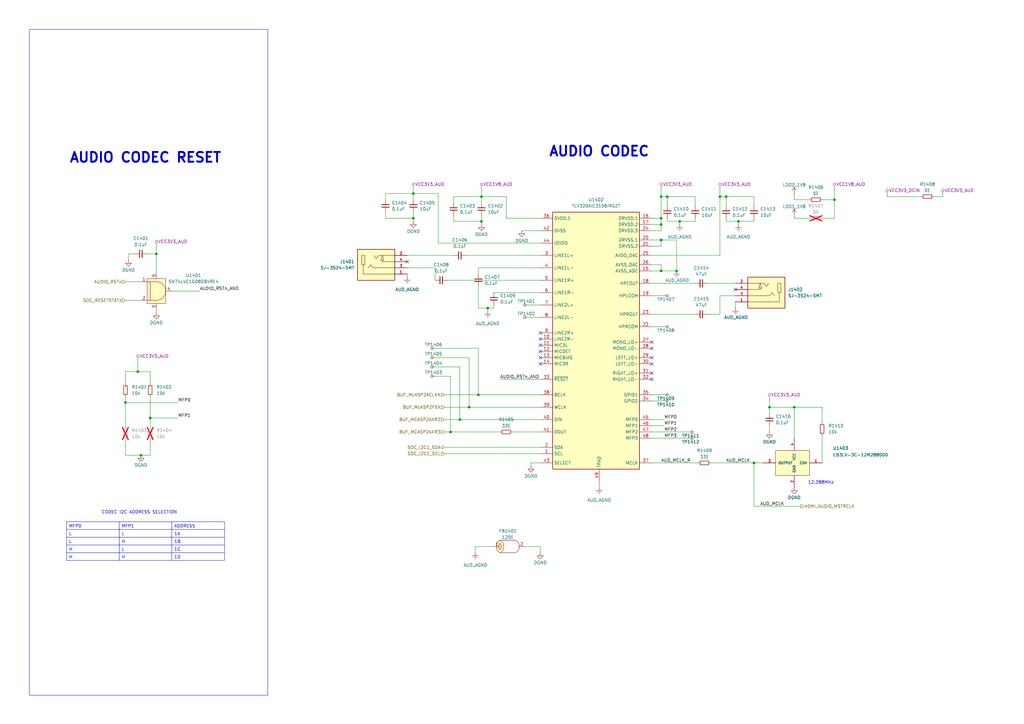
<source format=kicad_sch>
(kicad_sch (version 20250114) (generator "eeschema") (generator_version "9.0")
  (paper "A3")
  (title_block (title "Barre de son (base saine)") (date "2025-05-16") (rev "1.0") (company "NDH"))
  (lib_symbols
    (symbol "Connector:TestPoint_Small" (pin_numbers (hide yes)) (pin_names (offset 0.762) (hide yes))
      (property "Reference" "TP" (at 0 3.81 0))
      (property "Value" "TestPoint_Small" (at 0 2.032 0))
      (symbol "TestPoint_Small_0_1"
        (circle (center 0 0) (radius 0.508))
      )
      (symbol "TestPoint_Small_1_1"
        (pin passive line (at 0 0 90) (length 0) (name "1") (number "1"))
      )
    )
    (symbol "Device:C_Small" (pin_numbers (hide yes)) (pin_names (offset 0.254) (hide yes))
      (property "Reference" "C" (at 0.254 1.778 0))
      (property "Value" "C_Small" (at 0.254 -2.032 0))
      (symbol "C_Small_0_1"
        (polyline (pts (xy -1.524 0.508) (xy 1.524 0.508)) (stroke (width 0.3048)))
        (polyline (pts (xy -1.524 -0.508) (xy 1.524 -0.508)) (stroke (width 0.3302)))
      )
      (symbol "C_Small_1_1"
        (pin passive line (at 0 2.54 270) (length 2.032) (name "~") (number "1"))
        (pin passive line (at 0 -2.54 90) (length 2.032) (name "~") (number "2"))
      )
    )
    (symbol "Device:R_Small" (pin_numbers (hide yes)) (pin_names (offset 0.254) (hide yes))
      (property "Reference" "R" (at 0.762 0.508 0))
      (property "Value" "R_Small" (at 0.762 -1.016 0))
      (symbol "R_Small_0_1"
        (rectangle (start -0.762 1.778) (end 0.762 -1.778) (stroke (width 0.2032)))
      )
      (symbol "R_Small_1_1"
        (pin passive line (at 0 2.54 270) (length 0.762) (name "~") (number "1"))
        (pin passive line (at 0 -2.54 90) (length 0.762) (name "~") (number "2"))
      )
    )
    (symbol "Libglobal:CB3LV-3C-12M288000" (pin_names (offset 1.016))
      (property "Reference" "U" (at -8.89 10.922 0))
      (property "Value" "CB3LV-3C-12M288000" (at -26.416 8.382 0))
      (symbol "CB3LV-3C-12M288000_0_0"
        (rectangle (start -7.62 7.62) (end 6.35 -2.54) (stroke (width 0.1524)) (fill (type background)))
        (pin output line (at -12.7 2.54 0) (length 5.08) (name "OUTPUT") (number "3"))
        (pin power_in line (at 0 12.7 270) (length 5.08) (name "VCC") (number "4"))
        (pin power_in line (at 0 -7.62 90) (length 5.08) (name "GND") (number "2"))
        (pin input line (at 11.43 2.54 180) (length 5.08) (name "EOH") (number "1"))
      )
    )
    (symbol "Libglobal:MPZ1005S121CT000"
      (property "Reference" "FB" (at 0 0 0))
      (symbol "MPZ1005S121CT000_0_1"
        (arc (start -3.81 -2.54) (mid -3.2839 -3.81) (end -3.81 -5.08))
        (arc (start -3.81 -5.08) (mid -4.3361 -3.81) (end -3.81 -2.54))
      )
      (symbol "MPZ1005S121CT000_1_1"
        (arc (start -3.81 -1.27) (mid -2.2402 -3.81) (end -3.81 -6.35) (fill (type background)))
        (polyline (pts (xy -3.81 -1.27) (xy 2.54 -1.27)) (fill (type background)))
        (arc (start -3.81 -6.35) (mid -5.3798 -3.81) (end -3.81 -1.27) (fill (type background)))
        (arc (start 2.54 -1.27) (mid 4.1098 -3.81) (end 2.54 -6.35))
        (polyline (pts (xy 2.54 -6.35) (xy -3.81 -6.35)) (fill (type background)))
        (pin input line (at -6.35 -3.81 0) (length 2.54) (name "") (number "1"))
        (pin output line (at 6.35 -3.81 180) (length 2.54) (name "") (number "2"))
      )
    )
    (symbol "Libglobal:SJ-3524-SMT" (pin_names (offset 1.016))
      (property "Reference" "J" (at -7.637 8.2738 0))
      (property "Value" "SJ-3524-SMT" (at -7.6519 -7.6606 0))
      (symbol "SJ-3524-SMT_0_0"
        (rectangle (start -7.62 -5.08) (end 7.62 7.62) (stroke (width 0.254)) (fill (type background)))
        (polyline (pts (xy -5.969 1.27) (xy -5.969 -2.54)) (stroke (width 0.1524)))
        (polyline (pts (xy -5.969 -2.54) (xy -4.699 -2.54)) (stroke (width 0.1524)))
        (polyline (pts (xy -5.334 5.08) (xy 7.62 5.08)) (stroke (width 0.1524)))
        (polyline (pts (xy -5.334 1.27) (xy -5.969 1.27)) (stroke (width 0.1524)))
        (polyline (pts (xy -5.334 1.27) (xy -5.334 5.08)) (stroke (width 0.1524)))
        (polyline (pts (xy -4.699 1.27) (xy -5.334 1.27)) (stroke (width 0.1524)))
        (polyline (pts (xy -4.699 -2.54) (xy -4.699 1.27)) (stroke (width 0.1524)))
        (polyline (pts (xy -2.286 1.27) (xy -3.302 2.54)) (stroke (width 0.1524)))
        (polyline (pts (xy -1.27 2.54) (xy -2.286 1.27)) (stroke (width 0.1524)))
        (polyline (pts (xy -1.016 -2.54) (xy 0 -1.27)) (stroke (width 0.1524)))
        (polyline (pts (xy 0 -1.27) (xy 1.016 -2.54)) (stroke (width 0.1524)))
        (polyline (pts (xy 1.9 -0.6) (xy 2.5 -2.53)) (stroke (width 0.1524)))
        (polyline (pts (xy 1.9 -0.6) (xy 3.09 -0.6)) (stroke (width 0.1524)))
        (polyline (pts (xy 2.53 -2.52) (xy 2.53 -2.53)) (stroke (width 0.1524)))
        (polyline (pts (xy 2.54 0) (xy 2.54 -0.62)) (stroke (width 0.1524)))
        (polyline (pts (xy 2.54 0) (xy 7.62 0)) (stroke (width 0.1524)))
        (polyline (pts (xy 3.09 -0.6) (xy 2.53 -2.52)) (stroke (width 0.1524)))
        (polyline (pts (xy 7.62 2.54) (xy -1.27 2.54)) (stroke (width 0.1524)))
        (polyline (pts (xy 7.62 -2.54) (xy 1.016 -2.54)) (stroke (width 0.1524)))
        (pin passive line (at 12.7 5.08 180) (length 5.08) (name "~") (number "1"))
        (pin passive line (at 12.7 2.54 180) (length 5.08) (name "~") (number "3"))
        (pin passive line (at 12.7 0 180) (length 5.08) (name "~") (number "4"))
        (pin passive line (at 12.7 -2.54 180) (length 5.08) (name "~") (number "2"))
      )
    )
    (symbol "Libglobal:SN74LVC1G08DBVRE4"
      (property "Reference" "U" (at 5.08 -2.54 0))
      (property "Value" "SN74LVC1G08DBVRE4" (at 21.844 -15.24 0))
      (symbol "SN74LVC1G08DBVRE4_0_1"
        (polyline (pts (xy 6.35 -5.08) (xy 5.08 -5.08)))
        (polyline (pts (xy 6.35 -5.08) (xy 6.35 -12.7)))
        (polyline (pts (xy 6.35 -5.08) (xy 8.89 -5.08)))
        (polyline (pts (xy 6.35 -12.7) (xy 5.08 -12.7)))
        (arc (start 8.89 -5.08) (mid 12.7 -8.89) (end 8.89 -12.7))
        (polyline (pts (xy 8.89 -12.7) (xy 6.35 -12.7)))
      )
      (symbol "SN74LVC1G08DBVRE4_1_1"
        (rectangle (start 5.08 -3.81) (end 12.7 -13.97) (fill (type background)))
        (pin input line (at 2.54 -5.08 0) (length 2.54) (name "") (number "1"))
        (pin input line (at 2.54 -12.7 0) (length 2.54) (name "") (number "2"))
        (pin input line (at 8.89 -1.27 270) (length 2.54) (name "") (number "5"))
        (pin input line (at 8.89 -16.51 90) (length 2.54) (name "") (number "3"))
        (pin input line (at 15.24 -8.89 180) (length 2.54) (name "") (number "4"))
      )
    )
    (symbol "Libglobal:TLV320AIC3106IRGZT"
      (property "Reference" "U" (at 5.842 21.082 0))
      (property "Value" "TLV320AIC3106IRGZT" (at 5.842 18.542 0))
      (symbol "TLV320AIC3106IRGZT_1_1"
        (rectangle (start 5.08 15.24) (end 40.64 -90.17) (stroke (width 0.254)) (fill (type background)))
        (pin passive line (at 0 12.7 0) (length 5.08) (name "DVDD.1") (number "36"))
        (pin passive line (at 0 7.62 0) (length 5.08) (name "DVSS") (number "42"))
        (pin passive line (at 0 2.54 0) (length 5.08) (name "IOVDD") (number "44"))
        (pin passive line (at 0 -2.54 0) (length 5.08) (name "LINE1L+") (number "3"))
        (pin passive line (at 0 -7.62 0) (length 5.08) (name "LINE1L-") (number "4"))
        (pin passive line (at 0 -12.7 0) (length 5.08) (name "LINE1R+") (number "5"))
        (pin passive line (at 0 -17.78 0) (length 5.08) (name "LINE1R-") (number "6"))
        (pin passive line (at 0 -22.86 0) (length 5.08) (name "LINE2L+") (number "7"))
        (pin passive line (at 0 -27.94 0) (length 5.08) (name "LINE2L-") (number "8"))
        (pin passive line (at 0 -34.29 0) (length 5.08) (name "LINE2R+") (number "9"))
        (pin passive line (at 0 -36.83 0) (length 5.08) (name "LINE2R-") (number "10"))
        (pin passive line (at 0 -39.37 0) (length 5.08) (name "MIC3L") (number "11"))
        (pin passive line (at 0 -41.91 0) (length 5.08) (name "MICDET") (number "12"))
        (pin passive line (at 0 -44.45 0) (length 5.08) (name "MICBIAS") (number "13"))
        (pin passive line (at 0 -46.99 0) (length 5.08) (name "MIC3R") (number "14"))
        (pin passive line (at 0 -53.34 0) (length 5.08) (name "~{RESET}") (number "33"))
        (pin passive line (at 0 -59.69 0) (length 5.08) (name "BCLK") (number "38"))
        (pin passive line (at 0 -64.77 0) (length 5.08) (name "WCLK") (number "39"))
        (pin passive line (at 0 -69.85 0) (length 5.08) (name "DIN") (number "40"))
        (pin passive line (at 0 -74.93 0) (length 5.08) (name "DOUT") (number "41"))
        (pin passive line (at 0 -81.28 0) (length 5.08) (name "SDA") (number "2"))
        (pin passive line (at 0 -83.82 0) (length 5.08) (name "SCL") (number "1"))
        (pin passive line (at 0 -87.63 0) (length 5.08) (name "SELECT") (number "43"))
        (pin passive line (at 24.13 -95.25 90) (length 5.08) (name "TPAD") (number "49"))
        (pin passive line (at 45.72 12.7 180) (length 5.08) (name "DRVDD.1") (number "16"))
        (pin passive line (at 45.72 10.16 180) (length 5.08) (name "DRVDD.2") (number "17"))
        (pin passive line (at 45.72 7.62 180) (length 5.08) (name "DRVDD.3") (number "24"))
        (pin passive line (at 45.72 3.81 180) (length 5.08) (name "DRVSS.1") (number "20"))
        (pin passive line (at 45.72 1.27 180) (length 5.08) (name "DRVSS.2") (number "21"))
        (pin passive line (at 45.72 -2.54 180) (length 5.08) (name "AVDD_DAC") (number "25"))
        (pin passive line (at 45.72 -6.35 180) (length 5.08) (name "AVSS_DAC") (number "26"))
        (pin passive line (at 45.72 -8.89 180) (length 5.08) (name "AVSS_ADC") (number "15"))
        (pin passive line (at 45.72 -13.97 180) (length 5.08) (name "HPLOUT") (number "18"))
        (pin passive line (at 45.72 -19.05 180) (length 5.08) (name "HPLCOM") (number "19"))
        (pin passive line (at 45.72 -26.67 180) (length 5.08) (name "HPROUT") (number "23"))
        (pin passive line (at 45.72 -31.75 180) (length 5.08) (name "HPRCOM") (number "22"))
        (pin passive line (at 45.72 -38.1 180) (length 5.08) (name "MONO_LO+") (number "27"))
        (pin passive line (at 45.72 -40.64 180) (length 5.08) (name "MONO_LO-") (number "28"))
        (pin passive line (at 45.72 -44.45 180) (length 5.08) (name "LEFT_LO+") (number "29"))
        (pin passive line (at 45.72 -46.99 180) (length 5.08) (name "LEFT_LO-") (number "30"))
        (pin passive line (at 45.72 -50.8 180) (length 5.08) (name "RIGHT_LO+") (number "31"))
        (pin passive line (at 45.72 -53.34 180) (length 5.08) (name "RIGHT_LO-") (number "32"))
        (pin passive line (at 45.72 -59.69 180) (length 5.08) (name "GPIO1") (number "35"))
        (pin passive line (at 45.72 -62.23 180) (length 5.08) (name "GPIO2") (number "34"))
        (pin passive line (at 45.72 -69.85 180) (length 5.08) (name "MFP0") (number "45"))
        (pin passive line (at 45.72 -72.39 180) (length 5.08) (name "MFP1") (number "46"))
        (pin passive line (at 45.72 -74.93 180) (length 5.08) (name "MFP2") (number "47"))
        (pin passive line (at 45.72 -77.47 180) (length 5.08) (name "MFP3") (number "48"))
        (pin passive line (at 45.72 -87.63 180) (length 5.08) (name "MCLK") (number "37"))
      )
    )
    (symbol "power:+1V0" (power) (pin_numbers (hide yes)) (pin_names (offset 0) (hide yes))
      (property "Value" "+1V0" (at 0 3.556 0))
      (symbol "+1V0_0_1"
        (polyline (pts (xy -0.762 1.27) (xy 0 2.54)))
        (polyline (pts (xy 0 2.54) (xy 0.762 1.27)))
        (polyline (pts (xy 0 0) (xy 0 2.54)))
      )
      (symbol "+1V0_1_1"
        (pin power_in line (at 0 0 90) (length 0) (name "~") (number "1"))
      )
    )
    (symbol "power:GND" (power) (pin_numbers (hide yes)) (pin_names (offset 0) (hide yes))
      (property "Value" "GND" (at 0 -3.81 0))
      (symbol "GND_0_1"
        (polyline (pts (xy 0 0) (xy 0 -1.27) (xy 1.27 -1.27) (xy 0 -2.54) (xy -1.27 -1.27) (xy 0 -1.27)))
      )
      (symbol "GND_1_1"
        (pin power_in line (at 0 0 270) (length 0) (name "~") (number "1"))
      )
    )
    (symbol "power:GNDREF" (power) (pin_numbers (hide yes)) (pin_names (offset 0) (hide yes))
      (property "Value" "GNDREF" (at 0 -3.81 0))
      (symbol "GNDREF_0_1"
        (polyline (pts (xy -0.635 -1.905) (xy 0.635 -1.905)))
        (polyline (pts (xy -0.127 -2.54) (xy 0.127 -2.54)))
        (polyline (pts (xy 0 -1.27) (xy 0 0)))
        (polyline (pts (xy 1.27 -1.27) (xy -1.27 -1.27)))
      )
      (symbol "GNDREF_1_1"
        (pin power_in line (at 0 0 270) (length 0) (name "~") (number "1"))
      )
    )
  )
  (rectangle (start 12.065 12.065) (end 109.855 285.115))
  (text "AUDIO CODEC\n" (at 245.745 62.23 0) (effects (font (size 4 4) (thickness 0.8) (bold yes))))
  (text "CODEC I2C ADDRESS SELECTION\n" (at 57.15 210.185 0) (effects (font (size 1.27 1.27))))
  (text "12.288MHz\n" (at 336.677 197.993 0) (effects (font (size 1.27 1.27))))
  (text "AUDIO CODEC RESET\n" (at 59.69 64.77 0) (effects (font (size 4 4) (thickness 0.8) (bold yes))))
  (junction (at 309.245 189.865))
  (junction (at 197.485 90.805))
  (junction (at 169.545 89.535))
  (junction (at 302.895 90.805))
  (junction (at 273.685 80.645))
  (junction (at 56.515 152.4))
  (junction (at 278.765 90.805))
  (junction (at 295.275 80.645))
  (junction (at 271.145 80.645))
  (junction (at 169.545 79.375))
  (junction (at 200.025 126.365))
  (junction (at 297.815 80.645))
  (junction (at 325.755 167.005))
  (junction (at 277.495 111.125))
  (junction (at 271.145 89.535))
  (junction (at 342.265 81.915))
  (junction (at 64.135 104.14))
  (junction (at 192.405 167.005))
  (junction (at 271.145 92.075))
  (junction (at 197.485 80.645))
  (junction (at 61.595 171.45))
  (junction (at 51.435 165.1))
  (junction (at 57.785 186.69))
  (junction (at 196.215 161.925))
  (junction (at 315.595 167.005))
  (junction (at 188.595 172.085))
  (junction (at 271.145 111.125))
  (junction (at 184.785 177.165))
  (junction (at 271.145 98.425))
  (no_connect (at 221.615 144.145))
  (no_connect (at 267.335 155.575))
  (no_connect (at 267.335 149.225))
  (no_connect (at 267.335 142.875))
  (no_connect (at 167.005 107.315))
  (no_connect (at 301.625 118.745))
  (no_connect (at 221.615 149.225))
  (no_connect (at 221.615 136.525))
  (no_connect (at 267.335 140.335))
  (no_connect (at 267.335 146.685))
  (no_connect (at 221.615 139.065))
  (no_connect (at 267.335 153.035))
  (no_connect (at 221.615 146.685))
  (no_connect (at 221.615 141.605))
  (wire (pts (xy 202.565 120.015) (xy 221.615 120.015)))
  (wire (pts (xy 267.335 94.615) (xy 271.145 94.615)))
  (wire (pts (xy 61.595 171.45) (xy 61.595 175.26)))
  (wire (pts (xy 295.275 121.285) (xy 295.275 128.905)))
  (wire (pts (xy 169.545 86.995) (xy 169.545 89.535)))
  (wire (pts (xy 382.905 80.645) (xy 386.715 80.645)))
  (wire (pts (xy 202.565 126.365) (xy 202.565 125.095)))
  (wire (pts (xy 221.615 89.535) (xy 207.645 89.535)))
  (wire (pts (xy 271.145 80.645) (xy 271.145 89.535)))
  (wire (pts (xy 158.115 79.375) (xy 158.115 81.915)))
  (wire (pts (xy 267.335 116.205) (xy 285.115 116.205)))
  (wire (pts (xy 51.435 186.69) (xy 57.785 186.69)))
  (wire (pts (xy 197.485 90.805) (xy 186.055 90.805)))
  (wire (pts (xy 309.245 84.455) (xy 309.245 80.645)))
  (wire (pts (xy 295.275 80.645) (xy 295.275 104.775)))
  (wire (pts (xy 342.265 81.915) (xy 337.185 81.915)))
  (wire (pts (xy 191.135 104.775) (xy 221.615 104.775)))
  (wire (pts (xy 179.705 79.375) (xy 169.545 79.375)))
  (wire (pts (xy 325.755 88.265) (xy 325.755 89.535)))
  (wire (pts (xy 217.805 189.865) (xy 217.805 191.135)))
  (wire (pts (xy 309.245 207.645) (xy 328.295 207.645)))
  (wire (pts (xy 177.165 146.685) (xy 192.405 146.685)))
  (wire (pts (xy 182.245 186.055) (xy 221.615 186.055)))
  (wire (pts (xy 194.945 226.695) (xy 194.945 224.155)))
  (wire (pts (xy 51.435 115.57) (xy 57.785 115.57)))
  (wire (pts (xy 196.215 109.855) (xy 221.615 109.855)))
  (wire (pts (xy 177.165 150.495) (xy 188.595 150.495)))
  (wire (pts (xy 273.685 164.465) (xy 267.335 164.465)))
  (wire (pts (xy 267.335 92.075) (xy 271.145 92.075)))
  (wire (pts (xy 272.415 174.625) (xy 267.335 174.625)))
  (wire (pts (xy 297.815 80.645) (xy 295.275 80.645)))
  (wire (pts (xy 285.115 89.535) (xy 285.115 90.805)))
  (wire (pts (xy 325.755 89.535) (xy 332.105 89.535)))
  (wire (pts (xy 302.895 90.805) (xy 302.895 92.075)))
  (wire (pts (xy 325.755 81.915) (xy 325.755 79.375)))
  (wire (pts (xy 213.995 94.615) (xy 221.615 94.615)))
  (wire (pts (xy 267.335 111.125) (xy 271.145 111.125)))
  (wire (pts (xy 273.685 121.285) (xy 267.335 121.285)))
  (wire (pts (xy 179.705 99.695) (xy 179.705 79.375)))
  (wire (pts (xy 184.785 154.305) (xy 184.785 177.165)))
  (wire (pts (xy 285.115 84.455) (xy 285.115 80.645)))
  (wire (pts (xy 52.705 104.14) (xy 52.705 106.68)))
  (wire (pts (xy 267.335 104.775) (xy 295.275 104.775)))
  (wire (pts (xy 196.215 117.475) (xy 196.215 126.365)))
  (wire (pts (xy 302.895 90.805) (xy 297.815 90.805)))
  (wire (pts (xy 196.215 126.365) (xy 200.025 126.365)))
  (wire (pts (xy 200.025 126.365) (xy 200.025 127.635)))
  (wire (pts (xy 337.185 89.535) (xy 342.265 89.535)))
  (wire (pts (xy 271.145 78.105) (xy 271.145 80.645)))
  (wire (pts (xy 285.115 80.645) (xy 273.685 80.645)))
  (wire (pts (xy 245.745 197.485) (xy 245.745 200.025)))
  (wire (pts (xy 182.245 172.085) (xy 188.595 172.085)))
  (wire (pts (xy 271.145 98.425) (xy 277.495 98.425)))
  (wire (pts (xy 186.055 90.805) (xy 186.055 88.265)))
  (wire (pts (xy 64.135 104.14) (xy 64.135 111.76)))
  (wire (pts (xy 301.625 123.825) (xy 301.625 126.365)))
  (wire (pts (xy 215.265 125.095) (xy 221.615 125.095)))
  (wire (pts (xy 51.435 123.19) (xy 57.785 123.19)))
  (wire (pts (xy 291.465 189.865) (xy 309.245 189.865)))
  (wire (pts (xy 158.115 89.535) (xy 158.115 86.995)))
  (wire (pts (xy 56.515 152.4) (xy 51.435 152.4)))
  (wire (pts (xy 188.595 150.495) (xy 188.595 172.085)))
  (wire (pts (xy 221.615 226.695) (xy 221.615 224.155)))
  (wire (pts (xy 51.435 165.1) (xy 51.435 175.26)))
  (wire (pts (xy 182.245 183.515) (xy 221.615 183.515)))
  (wire (pts (xy 182.245 167.005) (xy 192.405 167.005)))
  (wire (pts (xy 342.265 78.105) (xy 342.265 81.915)))
  (wire (pts (xy 61.595 171.45) (xy 61.595 162.56)))
  (wire (pts (xy 309.245 189.865) (xy 309.245 207.645)))
  (wire (pts (xy 337.185 167.005) (xy 325.755 167.005)))
  (wire (pts (xy 55.245 104.14) (xy 52.705 104.14)))
  (wire (pts (xy 315.595 164.465) (xy 315.595 167.005)))
  (wire (pts (xy 207.645 80.645) (xy 197.485 80.645)))
  (wire (pts (xy 200.025 126.365) (xy 202.565 126.365)))
  (wire (pts (xy 169.545 89.535) (xy 169.545 90.805)))
  (wire (pts (xy 169.545 89.535) (xy 158.115 89.535)))
  (wire (pts (xy 61.595 186.69) (xy 61.595 180.34)))
  (wire (pts (xy 56.515 148.59) (xy 56.515 152.4)))
  (wire (pts (xy 278.765 90.805) (xy 273.685 90.805)))
  (wire (pts (xy 192.405 167.005) (xy 221.615 167.005)))
  (wire (pts (xy 273.685 133.985) (xy 267.335 133.985)))
  (wire (pts (xy 278.765 90.805) (xy 278.765 92.075)))
  (wire (pts (xy 169.545 81.915) (xy 169.545 79.375)))
  (wire (pts (xy 197.485 88.265) (xy 197.485 90.805)))
  (wire (pts (xy 309.245 90.805) (xy 302.895 90.805)))
  (wire (pts (xy 301.625 121.285) (xy 295.275 121.285)))
  (wire (pts (xy 342.265 89.535) (xy 342.265 81.915)))
  (wire (pts (xy 297.815 80.645) (xy 297.815 84.455)))
  (wire (pts (xy 285.115 90.805) (xy 278.765 90.805)))
  (wire (pts (xy 332.105 81.915) (xy 325.755 81.915)))
  (wire (pts (xy 61.595 171.45) (xy 73.025 171.45)))
  (wire (pts (xy 309.245 189.865) (xy 313.055 189.865)))
  (wire (pts (xy 192.405 146.685) (xy 192.405 167.005)))
  (wire (pts (xy 271.145 92.075) (xy 271.145 89.535)))
  (wire (pts (xy 70.485 119.38) (xy 81.915 119.38)))
  (wire (pts (xy 363.855 80.645) (xy 377.825 80.645)))
  (wire (pts (xy 197.485 78.105) (xy 197.485 80.645)))
  (wire (pts (xy 273.685 90.805) (xy 273.685 89.535)))
  (wire (pts (xy 271.145 111.125) (xy 271.145 108.585)))
  (wire (pts (xy 177.165 142.875) (xy 196.215 142.875)))
  (wire (pts (xy 267.335 128.905) (xy 285.115 128.905)))
  (wire (pts (xy 51.435 165.1) (xy 51.435 162.56)))
  (wire (pts (xy 169.545 78.105) (xy 169.545 79.375)))
  (wire (pts (xy 315.595 174.625) (xy 315.595 177.165)))
  (wire (pts (xy 182.245 161.925) (xy 196.215 161.925)))
  (wire (pts (xy 51.435 152.4) (xy 51.435 157.48)))
  (wire (pts (xy 177.165 154.305) (xy 184.785 154.305)))
  (wire (pts (xy 57.785 186.69) (xy 61.595 186.69)))
  (wire (pts (xy 267.335 179.705) (xy 283.845 179.705)))
  (wire (pts (xy 178.435 114.935) (xy 178.435 109.855)))
  (wire (pts (xy 267.335 108.585) (xy 271.145 108.585)))
  (wire (pts (xy 196.215 142.875) (xy 196.215 161.925)))
  (wire (pts (xy 51.435 165.1) (xy 73.025 165.1)))
  (wire (pts (xy 221.615 99.695) (xy 179.705 99.695)))
  (wire (pts (xy 271.145 100.965) (xy 271.145 98.425)))
  (wire (pts (xy 183.515 114.935) (xy 221.615 114.935)))
  (wire (pts (xy 196.215 112.395) (xy 196.215 109.855)))
  (wire (pts (xy 61.595 152.4) (xy 56.515 152.4)))
  (wire (pts (xy 273.685 80.645) (xy 271.145 80.645)))
  (wire (pts (xy 297.815 90.805) (xy 297.815 89.535)))
  (wire (pts (xy 215.265 130.175) (xy 221.615 130.175)))
  (wire (pts (xy 267.335 98.425) (xy 271.145 98.425)))
  (wire (pts (xy 194.945 224.155) (xy 202.565 224.155)))
  (wire (pts (xy 182.245 177.165) (xy 184.785 177.165)))
  (wire (pts (xy 309.245 89.535) (xy 309.245 90.805)))
  (wire (pts (xy 267.335 177.165) (xy 283.845 177.165)))
  (wire (pts (xy 167.005 104.775) (xy 186.055 104.775)))
  (wire (pts (xy 51.435 180.34) (xy 51.435 186.69)))
  (wire (pts (xy 295.275 128.905) (xy 290.195 128.905)))
  (wire (pts (xy 64.135 101.6) (xy 64.135 104.14)))
  (wire (pts (xy 315.595 167.005) (xy 315.595 169.545)))
  (wire (pts (xy 188.595 172.085) (xy 221.615 172.085)))
  (wire (pts (xy 184.785 177.165) (xy 205.105 177.165)))
  (wire (pts (xy 221.615 224.155) (xy 215.265 224.155)))
  (wire (pts (xy 197.485 83.185) (xy 197.485 80.645)))
  (wire (pts (xy 61.595 157.48) (xy 61.595 152.4)))
  (wire (pts (xy 295.275 78.105) (xy 295.275 80.645)))
  (wire (pts (xy 309.245 80.645) (xy 297.815 80.645)))
  (wire (pts (xy 197.485 80.645) (xy 186.055 80.645)))
  (wire (pts (xy 205.105 155.575) (xy 221.615 155.575)))
  (wire (pts (xy 267.335 189.865) (xy 286.385 189.865)))
  (wire (pts (xy 60.325 104.14) (xy 64.135 104.14)))
  (wire (pts (xy 315.595 167.005) (xy 325.755 167.005)))
  (wire (pts (xy 221.615 189.865) (xy 217.805 189.865)))
  (wire (pts (xy 167.005 112.395) (xy 167.005 113.665)))
  (wire (pts (xy 267.335 100.965) (xy 271.145 100.965)))
  (wire (pts (xy 273.685 80.645) (xy 273.685 84.455)))
  (wire (pts (xy 178.435 109.855) (xy 167.005 109.855)))
  (wire (pts (xy 210.185 177.165) (xy 221.615 177.165)))
  (wire (pts (xy 207.645 89.535) (xy 207.645 80.645)))
  (wire (pts (xy 337.185 178.435) (xy 337.185 189.865)))
  (wire (pts (xy 64.135 128.27) (xy 64.135 127)))
  (wire (pts (xy 196.215 161.925) (xy 221.615 161.925)))
  (wire (pts (xy 271.145 111.125) (xy 277.495 111.125)))
  (wire (pts (xy 290.195 116.205) (xy 301.625 116.205)))
  (wire (pts (xy 325.755 179.705) (xy 325.755 167.005)))
  (wire (pts (xy 337.185 173.355) (xy 337.185 167.005)))
  (wire (pts (xy 169.545 79.375) (xy 158.115 79.375)))
  (wire (pts (xy 273.685 161.925) (xy 267.335 161.925)))
  (wire (pts (xy 197.485 90.805) (xy 197.485 92.075)))
  (wire (pts (xy 186.055 80.645) (xy 186.055 83.185)))
  (wire (pts (xy 271.145 94.615) (xy 271.145 92.075)))
  (wire (pts (xy 267.335 89.535) (xy 271.145 89.535)))
  (wire (pts (xy 277.495 98.425) (xy 277.495 111.125)))
  (wire (pts (xy 272.415 172.085) (xy 267.335 172.085)))
  (table (column_count 3) (border (external yes) (header yes)) (separators (rows yes) (cols yes)) (column_widths 21.59 21.59 21.59) (row_heights 3.175 3.175 3.175 3.175 3.175) (cells (table_cell "MFP0" (at 27.305 213.995 0) (size 21.59 3.175) (margins 0.9525 0.9525 0.9525 0.9525) (span 1 1)) (table_cell "MFP1" (at 48.895 213.995 0) (size 21.59 3.175) (margins 0.9525 0.9525 0.9525 0.9525) (span 1 1)) (table_cell "ADDRESS" (at 70.485 213.995 0) (size 21.59 3.175) (margins 0.9525 0.9525 0.9525 0.9525) (span 1 1)) (table_cell "L" (at 27.305 217.17 0) (size 21.59 3.175) (margins 0.9525 0.9525 0.9525 0.9525) (span 1 1)) (table_cell "L" (at 48.895 217.17 0) (size 21.59 3.175) (margins 0.9525 0.9525 0.9525 0.9525) (span 1 1)) (table_cell "1A" (at 70.485 217.17 0) (size 21.59 3.175) (margins 0.9525 0.9525 0.9525 0.9525) (span 1 1)) (table_cell "L" (at 27.305 220.345 0) (size 21.59 3.175) (margins 0.9525 0.9525 0.9525 0.9525) (span 1 1)) (table_cell "H" (at 48.895 220.345 0) (size 21.59 3.175) (margins 0.9525 0.9525 0.9525 0.9525) (span 1 1)) (table_cell "1B" (at 70.485 220.345 0) (size 21.59 3.175) (margins 0.9525 0.9525 0.9525 0.9525) (span 1 1)) (table_cell "H" (at 27.305 223.52 0) (size 21.59 3.175) (margins 0.9525 0.9525 0.9525 0.9525) (span 1 1)) (table_cell "L" (at 48.895 223.52 0) (size 21.59 3.175) (margins 0.9525 0.9525 0.9525 0.9525) (span 1 1)) (table_cell "1C" (at 70.485 223.52 0) (size 21.59 3.175) (margins 0.9525 0.9525 0.9525 0.9525) (span 1 1)) (table_cell "H" (at 27.305 226.695 0) (size 21.59 3.175) (margins 0.9525 0.9525 0.9525 0.9525) (span 1 1)) (table_cell "H" (at 48.895 226.695 0) (size 21.59 3.175) (margins 0.9525 0.9525 0.9525 0.9525) (span 1 1)) (table_cell "1D" (at 70.485 226.695 0) (size 21.59 3.175) (margins 0.9525 0.9525 0.9525 0.9525) (span 1 1))))
  (label "AUD_MCLK" (at 311.785 207.645 0))
  (label "MFP1" (at 73.025 171.45 0))
  (label "AUDIO_RSTn_AND" (at 205.105 155.575 0))
  (label "MFP0" (at 73.025 165.1 0))
  (label "MFP3" (at 272.415 179.705 0))
  (label "MFP2" (at 272.415 177.165 0))
  (label "MFP0" (at 272.415 172.085 0))
  (label "AUDIO_RSTn_AND" (at 81.915 119.38 0))
  (label "AUD_MCLK" (at 297.815 189.865 0))
  (label "MFP1" (at 272.415 174.625 0))
  (label "AUD_MCLK_R" (at 271.145 189.865 0))
  (hierarchical_label "BUF_McASP2FSX" (shape input) (at 182.245 167.005 180))
  (hierarchical_label "BUF_MCASP2AXR2" (shape input) (at 182.245 172.085 180))
  (hierarchical_label "SOC_I2C1_SDA" (shape bidirectional) (at 182.245 183.515 180))
  (hierarchical_label "HDMI_AUDIO_MSTRCLK" (shape output) (at 328.295 207.645 0))
  (hierarchical_label "SOC_I2C1_SCL" (shape input) (at 182.245 186.055 180))
  (hierarchical_label "SOC_RESETSTATz" (shape input) (at 51.435 123.19 180))
  (hierarchical_label "AUDIO_RSTn" (shape input) (at 51.435 115.57 180))
  (hierarchical_label "BUF_McASP2ACLKX" (shape input) (at 182.245 161.925 180))
  (hierarchical_label "BUF_MCASP2AXR3" (shape input) (at 182.245 177.165 180))
  (netclass_flag "" (length 2.54) (shape round) (at 295.275 78.105 0) (property "Netclass" "VCC3V3_AUD" (at 295.9735 75.565 0) (effects (justify left))))
  (netclass_flag "" (length 2.54) (shape round) (at 197.485 78.105 0) (property "Netclass" "VCC1V8_AUD" (at 198.1835 75.565 0) (effects (justify left))))
  (netclass_flag "" (length 2.54) (shape round) (at 56.515 148.59 0) (property "Netclass" "VCC3V3_AUD" (at 57.2135 146.05 0) (effects (justify left))))
  (netclass_flag "" (length 2.54) (shape round) (at 271.145 78.105 0) (property "Netclass" "VCC3V3_AUD" (at 271.8435 75.565 0) (effects (justify left))))
  (netclass_flag "" (length 2.54) (shape round) (at 169.545 78.105 0) (property "Netclass" "VCC3V3_AUD" (at 170.2435 75.565 0) (effects (justify left))))
  (netclass_flag "" (length 2.54) (shape round) (at 363.855 80.645 0) (property "Netclass" "VCC3V3_DCIN" (at 364.5535 78.105 0) (effects (justify left))))
  (netclass_flag "" (length 2.54) (shape round) (at 386.715 80.645 0) (property "Netclass" "VCC3V3_AUD" (at 387.4135 78.105 0) (effects (justify left))))
  (netclass_flag "" (length 2.54) (shape round) (at 342.265 78.105 0) (property "Netclass" "VCC1V8_AUD" (at 342.9635 75.565 0) (effects (justify left))))
  (netclass_flag "" (length 2.54) (shape round) (at 64.135 101.6 0) (property "Netclass" "VCC3V3_AUD" (at 64.8335 99.06 0) (effects (justify left))))
  (netclass_flag "" (length 2.54) (shape round) (at 315.595 164.465 0) (property "Netclass" "VCC3V3_AUD" (at 316.2935 161.925 0) (effects (justify left))))
  (symbol (lib_id "Device:C_Small") (at 197.485 85.725 180) (unit 1)
    (property "Reference" "C1402" (at 200.025 84.4485 0) (effects (justify right)))
    (property "Value" "10uF" (at 200.025 86.9885 0) (effects (justify right)))
    (property "Description" "Unpolarized capacitor, small symbol" (effects (hide yes)))
  )
  (symbol (lib_id "Device:C_Small") (at 186.055 85.725 180) (unit 1)
    (property "Reference" "C1403" (at 188.595 84.4485 0) (effects (justify right)))
    (property "Value" "0.1uF" (at 188.595 86.9885 0) (effects (justify right)))
    (property "Description" "Unpolarized capacitor, small symbol" (effects (hide yes)))
  )
  (symbol (lib_id "Libglobal:SN74LVC1G08DBVRE4") (at 55.245 110.49 0) (unit 1)
    (property "Reference" "U1401" (at 79.375 112.9598 0))
    (property "Value" "SN74LVC1G08DBVRE4" (at 79.375 115.4998 0))
  )
  (symbol (lib_id "Device:R_Small") (at 334.645 81.915 90) (unit 1)
    (property "Reference" "R1406" (at 334.645 76.835 90))
    (property "Value" "0E" (at 334.645 79.375 90))
    (property "Description" "Resistor, small symbol" (effects (hide yes)))
  )
  (symbol (lib_id "Device:C_Small") (at 315.595 172.085 180) (unit 1)
    (property "Reference" "C1416" (at 318.135 170.8085 0) (effects (justify right)))
    (property "Value" "0.1uF" (at 318.135 173.3485 0) (effects (justify right)))
    (property "Description" "Unpolarized capacitor, small symbol" (effects (hide yes)))
  )
  (symbol (lib_id "Device:C_Small") (at 202.565 122.555 0) (unit 1)
    (property "Reference" "C1409" (at 205.105 121.2912 0) (effects (justify left)))
    (property "Value" "0.1uF" (at 205.105 123.8312 0) (effects (justify left)))
    (property "Description" "Unpolarized capacitor, small symbol" (effects (hide yes)))
  )
  (symbol (lib_id "Device:C_Small") (at 273.685 86.995 180) (unit 1)
    (property "Reference" "C1410" (at 276.225 85.7185 0) (effects (justify right)))
    (property "Value" "0.1uF" (at 276.225 88.2585 0) (effects (justify right)))
    (property "Description" "Unpolarized capacitor, small symbol" (effects (hide yes)))
  )
  (symbol (lib_id "power:GND") (at 57.785 186.69 0) (unit 1)
    (property "Reference" "#PWR0371" (effects (hide yes)))
    (property "Value" "DGND" (at 57.785 190.754 0))
    (property "Description" "Power symbol creates a global label with name \"GND\" , ground" (effects (hide yes)))
  )
  (symbol (lib_id "Device:R_Small") (at 337.185 175.895 180) (unit 1)
    (property "Reference" "R1410" (at 339.725 174.6249 0) (effects (justify right)))
    (property "Value" "10k" (at 339.725 177.1649 0) (effects (justify right)))
    (property "Description" "Resistor, small symbol" (effects (hide yes)))
  )
  (symbol (lib_id "Device:R_Small") (at 61.595 177.8 0) (unit 1) (dnp yes)
    (property "Reference" "R1404" (at 64.135 176.5299 0) (effects (justify left)))
    (property "Value" "10k" (at 64.135 179.0699 0) (effects (justify left)))
    (property "Description" "Resistor, small symbol" (effects (hide yes)))
  )
  (symbol (lib_id "Connector:TestPoint_Small") (at 215.265 125.095 270) (unit 1)
    (property "Reference" "TP1401" (at 212.217 123.571 90) (effects (justify left)))
    (property "Value" "TestPoint_Small" (effects (hide yes)))
    (property "Description" "test point" (effects (hide yes)))
  )
  (symbol (lib_id "Device:R_Small") (at 380.365 80.645 90) (unit 1)
    (property "Reference" "R1408" (at 380.365 75.565 90))
    (property "Value" "0E" (at 380.365 78.105 90))
    (property "Description" "Resistor, small symbol" (effects (hide yes)))
  )
  (symbol (lib_id "power:GND") (at 221.615 226.695 0) (unit 1)
    (property "Reference" "#PWR0376" (effects (hide yes)))
    (property "Value" "DGND" (at 221.615 230.759 0))
    (property "Description" "Power symbol creates a global label with name \"GND\" , ground" (effects (hide yes)))
  )
  (symbol (lib_id "power:GND") (at 197.485 92.075 0) (unit 1)
    (property "Reference" "#PWR0372" (effects (hide yes)))
    (property "Value" "DGND" (at 197.485 96.139 0))
    (property "Description" "Power symbol creates a global label with name \"GND\" , ground" (effects (hide yes)))
  )
  (symbol (lib_id "Device:C_Small") (at 196.215 114.935 0) (unit 1)
    (property "Reference" "C1407" (at 198.755 113.6712 0) (effects (justify left)))
    (property "Value" "0.1uF" (at 198.755 116.2112 0) (effects (justify left)))
    (property "Description" "Unpolarized capacitor, small symbol" (effects (hide yes)))
  )
  (symbol (lib_id "Libglobal:SJ-3524-SMT") (at 154.305 107.315 0) (mirror x) (unit 1)
    (property "Reference" "J1401" (at 145.415 107.3149 0) (effects (justify right)))
    (property "Value" "SJ-3524-SMT" (at 145.415 109.8549 0) (effects (justify right)))
    (property "Footprint" "SJ-3524-SMT:CUI_SJ-3524-SMT" (effects (hide yes)))
    (property "MF" "Same Sky" (effects (hide yes)))
    (property "Description_1" "3.5 mm, Stereo, Right Angle, Surface Mount (SMT), 3 Conductors, 1 Internal Switch, Audio Jack Connector" (effects (hide yes)))
    (property "Package" "None" (effects (hide yes)))
    (property "Price" "None" (effects (hide yes)))
    (property "STANDARD" "Manufacturer recommendations" (effects (hide yes)))
    (property "PARTREV" "1.03" (effects (hide yes)))
    (property "SnapEDA_Link" "https://www.snapeda.com/parts/SJ-3524-SMT-TR/Same+Sky/view-part/?ref=snap" (effects (hide yes)))
    (property "MP" "SJ-3524-SMT-TR" (effects (hide yes)))
    (property "Availability" "In Stock" (effects (hide yes)))
    (property "Check_prices" "https://www.snapeda.com/parts/SJ-3524-SMT-TR/Same+Sky/view-part/?ref=eda" (effects (hide yes)))
  )
  (symbol (lib_id "Device:C_Small") (at 188.595 104.775 270) (unit 1)
    (property "Reference" "C1406" (at 188.5886 98.425 90))
    (property "Value" "0.1uF" (at 188.5886 100.965 90))
    (property "Description" "Unpolarized capacitor, small symbol" (effects (hide yes)))
  )
  (symbol (lib_id "power:GND") (at 52.705 106.68 0) (unit 1)
    (property "Reference" "#PWR0370" (effects (hide yes)))
    (property "Value" "DGND" (at 52.705 110.744 0))
    (property "Description" "Power symbol creates a global label with name \"GND\" , ground" (effects (hide yes)))
  )
  (symbol (lib_id "Device:C_Small") (at 287.655 128.905 270) (unit 1)
    (property "Reference" "C1415" (at 287.6486 122.555 90))
    (property "Value" "47uF" (at 287.6486 125.095 90))
    (property "Description" "Unpolarized capacitor, small symbol" (effects (hide yes)))
  )
  (symbol (lib_id "power:GND") (at 64.135 128.27 0) (unit 1)
    (property "Reference" "#PWR0369" (effects (hide yes)))
    (property "Value" "DGND" (at 64.135 132.334 0))
    (property "Description" "Power symbol creates a global label with name \"GND\" , ground" (effects (hide yes)))
  )
  (symbol (lib_id "Device:C_Small") (at 158.115 84.455 180) (unit 1)
    (property "Reference" "C1404" (at 160.655 83.1785 0) (effects (justify right)))
    (property "Value" "0.1uF" (at 160.655 85.7185 0) (effects (justify right)))
    (property "Description" "Unpolarized capacitor, small symbol" (effects (hide yes)))
  )
  (symbol (lib_id "Connector:TestPoint_Small") (at 273.685 161.925 90) (unit 1)
    (property "Reference" "TP1409" (at 276.733 163.449 90) (effects (justify left)))
    (property "Value" "TestPoint_Small" (effects (hide yes)))
    (property "Description" "test point" (effects (hide yes)))
  )
  (symbol (lib_id "power:GNDREF") (at 277.495 111.125 0) (unit 1)
    (property "Reference" "#PWR01407" (effects (hide yes)))
    (property "Value" "AUD_AGND" (at 277.749 114.935 0))
    (property "Description" "Power symbol creates a global label with name \"GNDREF\" , reference supply ground" (effects (hide yes)))
  )
  (symbol (lib_id "power:+1V0") (at 325.755 88.265 0) (unit 1)
    (property "Reference" "#PWR01409" (effects (hide yes)))
    (property "Value" "LDO1_1V8" (at 325.755 84.709 0))
    (property "Description" "Power symbol creates a global label with name \"+1V0\"" (effects (hide yes)))
  )
  (symbol (lib_id "Device:R_Small") (at 61.595 160.02 0) (unit 1)
    (property "Reference" "R1402" (at 64.135 158.7499 0) (effects (justify left)))
    (property "Value" "10k" (at 64.135 161.2899 0) (effects (justify left)))
    (property "Description" "Resistor, small symbol" (effects (hide yes)))
  )
  (symbol (lib_id "Connector:TestPoint_Small") (at 283.845 177.165 90) (unit 1)
    (property "Reference" "TP1411" (at 286.893 178.689 90) (effects (justify left)))
    (property "Value" "TestPoint_Small" (effects (hide yes)))
    (property "Description" "test point" (effects (hide yes)))
  )
  (symbol (lib_id "Connector:TestPoint_Small") (at 177.165 154.305 270) (unit 1)
    (property "Reference" "TP1403" (at 174.117 152.781 90) (effects (justify left)))
    (property "Value" "TestPoint_Small" (effects (hide yes)))
    (property "Description" "test point" (effects (hide yes)))
  )
  (symbol (lib_id "power:GND") (at 213.995 94.615 0) (unit 1)
    (property "Reference" "#PWR0374" (effects (hide yes)))
    (property "Value" "DGND" (at 213.995 98.679 0))
    (property "Description" "Power symbol creates a global label with name \"GND\" , ground" (effects (hide yes)))
  )
  (symbol (lib_id "power:GNDREF") (at 167.005 113.665 0) (unit 1)
    (property "Reference" "#PWR01401" (effects (hide yes)))
    (property "Value" "AUD_AGND" (at 167.005 118.745 0))
    (property "Description" "Power symbol creates a global label with name \"GNDREF\" , reference supply ground" (effects (hide yes)))
  )
  (symbol (lib_id "power:GND") (at 315.595 177.165 0) (unit 1)
    (property "Reference" "#PWR0378" (effects (hide yes)))
    (property "Value" "DGND" (at 315.595 181.229 0))
    (property "Description" "Power symbol creates a global label with name \"GND\" , ground" (effects (hide yes)))
  )
  (symbol (lib_id "Libglobal:MPZ1005S121CT000") (at 208.915 220.345 0) (unit 1)
    (property "Reference" "FB1401" (at 208.28 217.805 0))
    (property "Value" "120E" (at 208.28 220.345 0))
  )
  (symbol (lib_id "Connector:TestPoint_Small") (at 215.265 130.175 270) (unit 1)
    (property "Reference" "TP1402" (at 212.217 128.651 90) (effects (justify left)))
    (property "Value" "TestPoint_Small" (effects (hide yes)))
    (property "Description" "test point" (effects (hide yes)))
  )
  (symbol (lib_id "power:GND") (at 217.805 191.135 0) (unit 1)
    (property "Reference" "#PWR0375" (effects (hide yes)))
    (property "Value" "DGND" (at 217.805 195.199 0))
    (property "Description" "Power symbol creates a global label with name \"GND\" , ground" (effects (hide yes)))
  )
  (symbol (lib_id "power:GNDREF") (at 301.625 126.365 0) (unit 1)
    (property "Reference" "#PWR01410" (effects (hide yes)))
    (property "Value" "AUD_AGND" (at 301.879 130.175 0))
    (property "Description" "Power symbol creates a global label with name \"GNDREF\" , reference supply ground" (effects (hide yes)))
  )
  (symbol (lib_id "Device:C_Small") (at 297.815 86.995 180) (unit 1)
    (property "Reference" "C1412" (at 300.355 85.7185 0) (effects (justify right)))
    (property "Value" "0.1uF" (at 300.355 88.2585 0) (effects (justify right)))
    (property "Description" "Unpolarized capacitor, small symbol" (effects (hide yes)))
  )
  (symbol (lib_id "Connector:TestPoint_Small") (at 177.165 146.685 270) (unit 1)
    (property "Reference" "TP1405" (at 174.117 145.161 90) (effects (justify left)))
    (property "Value" "TestPoint_Small" (effects (hide yes)))
    (property "Description" "test point" (effects (hide yes)))
  )
  (symbol (lib_id "power:+1V0") (at 325.755 79.375 0) (unit 1)
    (property "Reference" "#PWR01408" (effects (hide yes)))
    (property "Value" "LDO2_1V8" (at 325.755 75.819 0))
    (property "Description" "Power symbol creates a global label with name \"+1V0\"" (effects (hide yes)))
  )
  (symbol (lib_id "power:GND") (at 325.755 200.025 0) (unit 1)
    (property "Reference" "#PWR0377" (effects (hide yes)))
    (property "Value" "DGND" (at 325.755 204.089 0))
    (property "Description" "Power symbol creates a global label with name \"GND\" , ground" (effects (hide yes)))
  )
  (symbol (lib_id "power:GNDREF") (at 200.025 127.635 0) (unit 1)
    (property "Reference" "#PWR01402" (effects (hide yes)))
    (property "Value" "AUD_AGND" (at 200.025 132.715 0))
    (property "Description" "Power symbol creates a global label with name \"GNDREF\" , reference supply ground" (effects (hide yes)))
  )
  (symbol (lib_id "Device:R_Small") (at 51.435 177.8 0) (unit 1) (dnp yes)
    (property "Reference" "R1403" (at 53.975 176.5299 0) (effects (justify left)))
    (property "Value" "10k" (at 53.975 179.0699 0) (effects (justify left)))
    (property "Description" "Resistor, small symbol" (effects (hide yes)))
  )
  (symbol (lib_id "Device:R_Small") (at 207.645 177.165 90) (unit 1)
    (property "Reference" "R1405" (at 207.645 172.085 90))
    (property "Value" "33E" (at 207.645 174.625 90))
    (property "Description" "Resistor, small symbol" (effects (hide yes)))
  )
  (symbol (lib_id "Device:R_Small") (at 51.435 160.02 0) (unit 1)
    (property "Reference" "R1401" (at 53.975 158.7499 0) (effects (justify left)))
    (property "Value" "10k" (at 53.975 161.2899 0) (effects (justify left)))
    (property "Description" "Resistor, small symbol" (effects (hide yes)))
  )
  (symbol (lib_id "Connector:TestPoint_Small") (at 283.845 179.705 90) (unit 1)
    (property "Reference" "TP1412" (at 286.893 181.229 90) (effects (justify left)))
    (property "Value" "TestPoint_Small" (effects (hide yes)))
    (property "Description" "test point" (effects (hide yes)))
  )
  (symbol (lib_id "Device:C_Small") (at 285.115 86.995 180) (unit 1)
    (property "Reference" "C1411" (at 287.655 85.7185 0) (effects (justify right)))
    (property "Value" "10uF" (at 287.655 88.2585 0) (effects (justify right)))
    (property "Description" "Unpolarized capacitor, small symbol" (effects (hide yes)))
  )
  (symbol (lib_id "Connector:TestPoint_Small") (at 177.165 150.495 270) (unit 1)
    (property "Reference" "TP1404" (at 174.117 148.971 90) (effects (justify left)))
    (property "Value" "TestPoint_Small" (effects (hide yes)))
    (property "Description" "test point" (effects (hide yes)))
  )
  (symbol (lib_id "Libglobal:CB3LV-3C-12M288000") (at 325.755 192.405 0) (unit 1)
    (property "Reference" "U1403" (at 344.805 183.7942 0))
    (property "Value" "CB3LV-3C-12M288000" (at 352.933 186.563 0))
    (property "Footprint" "CB3LV-3C-12M288000:OSC_CB3LV-3C-12M288000" (effects (hide yes)))
    (property "MF" "CTS-Frequency Controls" (effects (hide yes)))
    (property "Description_1" "12.288 MHz XO (Standard) HCMOS, TTL Oscillator 3.3V Enable/Disable 4-SMD, No Lead" (effects (hide yes)))
    (property "Package" "SMD-4 CTS Electronic Components" (effects (hide yes)))
    (property "Price" "None" (effects (hide yes)))
    (property "Check_prices" "https://www.snapeda.com/parts/CB3LV-3C-12M288000/CTS-Frequency+Controls/view-part/?ref=eda" (effects (hide yes)))
    (property "MAXIMUM_PACKAGE_HIEGHT" "1.8mm" (effects (hide yes)))
    (property "STANDARD" "Manufacturer Recommendations" (effects (hide yes)))
    (property "PARTREV" "I" (effects (hide yes)))
    (property "SnapEDA_Link" "https://www.snapeda.com/parts/CB3LV-3C-12M288000/CTS-Frequency+Controls/view-part/?ref=snap" (effects (hide yes)))
    (property "MP" "CB3LV-3C-12M288000" (effects (hide yes)))
    (property "Availability" "In Stock" (effects (hide yes)))
    (property "MANUFACTURER" "CTS" (effects (hide yes)))
  )
  (symbol (lib_id "power:GNDREF") (at 245.745 200.025 0) (unit 1)
    (property "Reference" "#PWR01403" (effects (hide yes)))
    (property "Value" "AUD_AGND" (at 245.745 205.105 0))
    (property "Description" "Power symbol creates a global label with name \"GNDREF\" , reference supply ground" (effects (hide yes)))
  )
  (symbol (lib_id "Device:C_Small") (at 57.785 104.14 90) (unit 1)
    (property "Reference" "C1401" (at 57.7913 97.79 90))
    (property "Value" "0.1uF" (at 57.7913 100.33 90))
    (property "Description" "Unpolarized capacitor, small symbol" (effects (hide yes)))
  )
  (symbol (lib_id "Connector:TestPoint_Small") (at 177.165 142.875 270) (unit 1)
    (property "Reference" "TP1406" (at 174.117 141.351 90) (effects (justify left)))
    (property "Value" "TestPoint_Small" (effects (hide yes)))
    (property "Description" "test point" (effects (hide yes)))
  )
  (symbol (lib_id "Connector:TestPoint_Small") (at 273.685 164.465 90) (unit 1)
    (property "Reference" "TP1410" (at 276.733 165.989 90) (effects (justify left)))
    (property "Value" "TestPoint_Small" (effects (hide yes)))
    (property "Description" "test point" (effects (hide yes)))
  )
  (symbol (lib_id "Device:C_Small") (at 169.545 84.455 180) (unit 1)
    (property "Reference" "C1405" (at 172.085 83.1785 0) (effects (justify right)))
    (property "Value" "10uF" (at 172.085 85.7185 0) (effects (justify right)))
    (property "Description" "Unpolarized capacitor, small symbol" (effects (hide yes)))
  )
  (symbol (lib_id "Libglobal:TLV320AIC3106IRGZT") (at 221.615 102.235 0) (unit 1)
    (property "Reference" "U1402" (at 244.475 81.915 0))
    (property "Value" "TLV320AIC3106IRGZT" (at 244.475 84.455 0))
    (property "Footprint" "QFN50P700X700X100-49N-D" (effects (hide yes)))
    (property "Datasheet" "http://www.ti.com/lit/gpn/tlv320aic3106" (effects (hide yes)))
    (property "Description" "TEXAS INSTRUMENTS - TLV320AIC3106IRGZT - Audio Codec, Portable Audio and Telephony, Stereo, 2, 2, -40  C, 85  C, 96 kSPS" (effects (hide yes)))
    (property "Height" "1" (effects (hide yes)))
    (property "Manufacturer_Name" "Texas Instruments" (effects (hide yes)))
    (property "Manufacturer_Part_Number" "TLV320AIC3106IRGZT" (effects (hide yes)))
    (property "Mouser Part Number" "595-V320AIC3106IRGZT" (effects (hide yes)))
    (property "Mouser Price/Stock" "https://www.mouser.co.uk/ProductDetail/Texas-Instruments/TLV320AIC3106IRGZT?qs=7kv20MEVUlig8m9Ek4gKRg%3D%3D" (effects (hide yes)))
    (property "Arrow Part Number" "TLV320AIC3106IRGZT" (effects (hide yes)))
    (property "Arrow Price/Stock" "https://www.arrow.com/en/products/tlv320aic3106irgzt/texas-instruments?region=nac" (effects (hide yes)))
  )
  (symbol (lib_id "Device:C_Small") (at 287.655 116.205 270) (unit 1)
    (property "Reference" "C1414" (at 287.6486 109.855 90))
    (property "Value" "47uF" (at 287.6486 112.395 90))
    (property "Description" "Unpolarized capacitor, small symbol" (effects (hide yes)))
  )
  (symbol (lib_id "Device:C_Small") (at 309.245 86.995 180) (unit 1)
    (property "Reference" "C1413" (at 311.785 85.7185 0) (effects (justify right)))
    (property "Value" "10uF" (at 311.785 88.2585 0) (effects (justify right)))
    (property "Description" "Unpolarized capacitor, small symbol" (effects (hide yes)))
  )
  (symbol (lib_id "power:GNDREF") (at 302.895 92.075 0) (unit 1)
    (property "Reference" "#PWR01406" (effects (hide yes)))
    (property "Value" "AUD_AGND" (at 302.895 97.155 0))
    (property "Description" "Power symbol creates a global label with name \"GNDREF\" , reference supply ground" (effects (hide yes)))
  )
  (symbol (lib_id "Connector:TestPoint_Small") (at 273.685 121.285 90) (unit 1)
    (property "Reference" "TP1407" (at 276.733 122.809 90) (effects (justify left)))
    (property "Value" "TestPoint_Small" (effects (hide yes)))
    (property "Description" "test point" (effects (hide yes)))
  )
  (symbol (lib_id "Device:R_Small") (at 334.645 89.535 90) (unit 1) (dnp yes)
    (property "Reference" "R1407" (at 334.645 84.455 90))
    (property "Value" "0E" (at 334.645 86.995 90))
    (property "Description" "Resistor, small symbol" (effects (hide yes)))
  )
  (symbol (lib_id "power:GNDREF") (at 278.765 92.075 0) (unit 1)
    (property "Reference" "#PWR01405" (effects (hide yes)))
    (property "Value" "AUD_AGND" (at 278.765 97.155 0))
    (property "Description" "Power symbol creates a global label with name \"GNDREF\" , reference supply ground" (effects (hide yes)))
  )
  (symbol (lib_id "Libglobal:SJ-3524-SMT") (at 314.325 118.745 180) (unit 1)
    (property "Reference" "J1402" (at 323.215 118.7449 0) (effects (justify right)))
    (property "Value" "SJ-3524-SMT" (at 323.215 121.2849 0) (effects (justify right)))
    (property "Footprint" "SJ-3524-SMT:CUI_SJ-3524-SMT" (effects (hide yes)))
    (property "MF" "Same Sky" (effects (hide yes)))
    (property "Description_1" "3.5 mm, Stereo, Right Angle, Surface Mount (SMT), 3 Conductors, 1 Internal Switch, Audio Jack Connector" (effects (hide yes)))
    (property "Package" "None" (effects (hide yes)))
    (property "Price" "None" (effects (hide yes)))
    (property "STANDARD" "Manufacturer recommendations" (effects (hide yes)))
    (property "PARTREV" "1.03" (effects (hide yes)))
    (property "SnapEDA_Link" "https://www.snapeda.com/parts/SJ-3524-SMT-TR/Same+Sky/view-part/?ref=snap" (effects (hide yes)))
    (property "MP" "SJ-3524-SMT-TR" (effects (hide yes)))
    (property "Availability" "In Stock" (effects (hide yes)))
    (property "Check_prices" "https://www.snapeda.com/parts/SJ-3524-SMT-TR/Same+Sky/view-part/?ref=eda" (effects (hide yes)))
  )
  (symbol (lib_id "power:GND") (at 169.545 90.805 0) (unit 1)
    (property "Reference" "#PWR0373" (effects (hide yes)))
    (property "Value" "DGND" (at 169.545 94.869 0))
    (property "Description" "Power symbol creates a global label with name \"GND\" , ground" (effects (hide yes)))
  )
  (symbol (lib_id "Connector:TestPoint_Small") (at 273.685 133.985 90) (unit 1)
    (property "Reference" "TP1408" (at 276.733 135.509 90) (effects (justify left)))
    (property "Value" "TestPoint_Small" (effects (hide yes)))
    (property "Description" "test point" (effects (hide yes)))
  )
  (symbol (lib_id "Device:C_Small") (at 180.975 114.935 90) (unit 1)
    (property "Reference" "C1408" (at 180.9813 108.585 90))
    (property "Value" "0.1uF" (at 180.9813 111.125 90))
    (property "Description" "Unpolarized capacitor, small symbol" (effects (hide yes)))
  )
  (symbol (lib_id "power:GNDREF") (at 194.945 226.695 0) (unit 1)
    (property "Reference" "#PWR01404" (effects (hide yes)))
    (property "Value" "AUD_AGND" (at 194.945 231.775 0))
    (property "Description" "Power symbol creates a global label with name \"GNDREF\" , reference supply ground" (effects (hide yes)))
  )
  (symbol (lib_id "Device:R_Small") (at 288.925 189.865 90) (unit 1)
    (property "Reference" "R1409" (at 288.925 184.785 90))
    (property "Value" "33E" (at 288.925 187.325 90))
    (property "Description" "Resistor, small symbol" (effects (hide yes)))
  )
)
</source>
